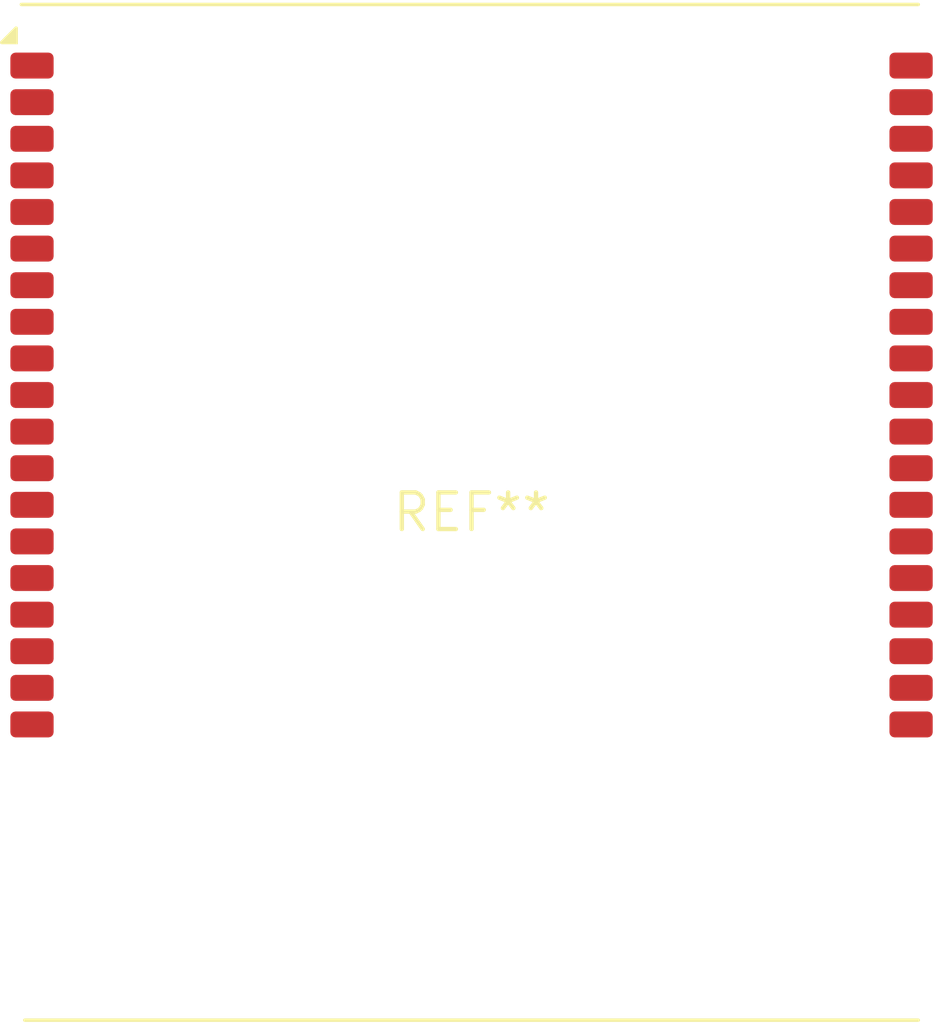
<source format=kicad_pcb>
(kicad_pcb (version 20240108) (generator pcbnew)
  (layers (0 "F.Cu" signal) (31 "B.Cu" signal) (34 "B.Paste" user) (35 "F.Paste" user) (36 "B.SilkS" user "B.Silkscreen") (37 "F.SilkS" user "F.Silkscreen") (38 "B.Mask" user) (39 "F.Mask" user) (44 "Edge.Cuts" user))
  (net 0 "")
  (footprint "Astrocast_AST50147-00" (layer "F.Cu") (at 0 0)
    (property "Reference" "REF**")
    (property "Value" "Astrocast_AST50147-00")
    (fp_line (start -15.62 -17.62) (end 15.5 -17.62) (layer "F.SilkS") (stroke (width 0.12)))
    (fp_line (start -15.5 17.62) (end 15.5 17.62) (layer "F.SilkS") (stroke (width 0.12)))
    (fp_poly (pts (xy -15.8 -16.3) (xy -16.3 -16.3) (xy -15.8 -16.8) (xy -15.8 -16.3)) (layer "F.SilkS") (stroke (width 0.12)) (fill solid))
    (pad "1" smd roundrect (at -15.25 -15.5) (size 1.5 0.9) (layers "F.Cu" "F.Paste" "F.Mask") (roundrect_rratio 0.2))
    (pad "2" smd roundrect (at -15.25 -14.23) (size 1.5 0.9) (layers "F.Cu" "F.Paste" "F.Mask") (roundrect_rratio 0.2))
    (pad "3" smd roundrect (at -15.25 -12.96) (size 1.5 0.9) (layers "F.Cu" "F.Paste" "F.Mask") (roundrect_rratio 0.2))
    (pad "4" smd roundrect (at -15.25 -11.69) (size 1.5 0.9) (layers "F.Cu" "F.Paste" "F.Mask") (roundrect_rratio 0.2))
    (pad "5" smd roundrect (at -15.25 -10.42) (size 1.5 0.9) (layers "F.Cu" "F.Paste" "F.Mask") (roundrect_rratio 0.2))
    (pad "6" smd roundrect (at -15.25 -9.15) (size 1.5 0.9) (layers "F.Cu" "F.Paste" "F.Mask") (roundrect_rratio 0.2))
    (pad "7" smd roundrect (at -15.25 -7.88) (size 1.5 0.9) (layers "F.Cu" "F.Paste" "F.Mask") (roundrect_rratio 0.2))
    (pad "8" smd roundrect (at -15.25 -6.61) (size 1.5 0.9) (layers "F.Cu" "F.Paste" "F.Mask") (roundrect_rratio 0.2))
    (pad "9" smd roundrect (at -15.25 -5.34) (size 1.5 0.9) (layers "F.Cu" "F.Paste" "F.Mask") (roundrect_rratio 0.2))
    (pad "10" smd roundrect (at -15.25 -4.07) (size 1.5 0.9) (layers "F.Cu" "F.Paste" "F.Mask") (roundrect_rratio 0.2))
    (pad "11" smd roundrect (at -15.25 -2.8) (size 1.5 0.9) (layers "F.Cu" "F.Paste" "F.Mask") (roundrect_rratio 0.2))
    (pad "12" smd roundrect (at -15.25 -1.53) (size 1.5 0.9) (layers "F.Cu" "F.Paste" "F.Mask") (roundrect_rratio 0.2))
    (pad "13" smd roundrect (at -15.25 -0.26) (size 1.5 0.9) (layers "F.Cu" "F.Paste" "F.Mask") (roundrect_rratio 0.2))
    (pad "14" smd roundrect (at -15.25 1.01) (size 1.5 0.9) (layers "F.Cu" "F.Paste" "F.Mask") (roundrect_rratio 0.2))
    (pad "15" smd roundrect (at -15.25 2.28) (size 1.5 0.9) (layers "F.Cu" "F.Paste" "F.Mask") (roundrect_rratio 0.2))
    (pad "16" smd roundrect (at -15.25 3.55) (size 1.5 0.9) (layers "F.Cu" "F.Paste" "F.Mask") (roundrect_rratio 0.2))
    (pad "17" smd roundrect (at -15.25 4.82) (size 1.5 0.9) (layers "F.Cu" "F.Paste" "F.Mask") (roundrect_rratio 0.2))
    (pad "18" smd roundrect (at -15.25 6.09) (size 1.5 0.9) (layers "F.Cu" "F.Paste" "F.Mask") (roundrect_rratio 0.2))
    (pad "19" smd roundrect (at -15.25 7.36) (size 1.5 0.9) (layers "F.Cu" "F.Paste" "F.Mask") (roundrect_rratio 0.2))
    (pad "20" smd roundrect (at 15.25 7.36) (size 1.5 0.9) (layers "F.Cu" "F.Paste" "F.Mask") (roundrect_rratio 0.2))
    (pad "21" smd roundrect (at 15.25 6.09) (size 1.5 0.9) (layers "F.Cu" "F.Paste" "F.Mask") (roundrect_rratio 0.2))
    (pad "22" smd roundrect (at 15.25 4.82) (size 1.5 0.9) (layers "F.Cu" "F.Paste" "F.Mask") (roundrect_rratio 0.2))
    (pad "23" smd roundrect (at 15.25 3.55) (size 1.5 0.9) (layers "F.Cu" "F.Paste" "F.Mask") (roundrect_rratio 0.2))
    (pad "24" smd roundrect (at 15.25 2.28) (size 1.5 0.9) (layers "F.Cu" "F.Paste" "F.Mask") (roundrect_rratio 0.2))
    (pad "25" smd roundrect (at 15.25 1.01) (size 1.5 0.9) (layers "F.Cu" "F.Paste" "F.Mask") (roundrect_rratio 0.2))
    (pad "26" smd roundrect (at 15.25 -0.26) (size 1.5 0.9) (layers "F.Cu" "F.Paste" "F.Mask") (roundrect_rratio 0.2))
    (pad "27" smd roundrect (at 15.25 -1.53) (size 1.5 0.9) (layers "F.Cu" "F.Paste" "F.Mask") (roundrect_rratio 0.2))
    (pad "28" smd roundrect (at 15.25 -2.8) (size 1.5 0.9) (layers "F.Cu" "F.Paste" "F.Mask") (roundrect_rratio 0.2))
    (pad "29" smd roundrect (at 15.25 -4.07) (size 1.5 0.9) (layers "F.Cu" "F.Paste" "F.Mask") (roundrect_rratio 0.2))
    (pad "30" smd roundrect (at 15.25 -5.34) (size 1.5 0.9) (layers "F.Cu" "F.Paste" "F.Mask") (roundrect_rratio 0.2))
    (pad "31" smd roundrect (at 15.25 -6.61) (size 1.5 0.9) (layers "F.Cu" "F.Paste" "F.Mask") (roundrect_rratio 0.2))
    (pad "32" smd roundrect (at 15.25 -7.88) (size 1.5 0.9) (layers "F.Cu" "F.Paste" "F.Mask") (roundrect_rratio 0.2))
    (pad "33" smd roundrect (at 15.25 -9.15) (size 1.5 0.9) (layers "F.Cu" "F.Paste" "F.Mask") (roundrect_rratio 0.2))
    (pad "34" smd roundrect (at 15.25 -10.42) (size 1.5 0.9) (layers "F.Cu" "F.Paste" "F.Mask") (roundrect_rratio 0.2))
    (pad "35" smd roundrect (at 15.25 -11.69) (size 1.5 0.9) (layers "F.Cu" "F.Paste" "F.Mask") (roundrect_rratio 0.2))
    (pad "36" smd roundrect (at 15.25 -12.96) (size 1.5 0.9) (layers "F.Cu" "F.Paste" "F.Mask") (roundrect_rratio 0.2))
    (pad "37" smd roundrect (at 15.25 -14.23) (size 1.5 0.9) (layers "F.Cu" "F.Paste" "F.Mask") (roundrect_rratio 0.2))
    (pad "38" smd roundrect (at 15.25 -15.5) (size 1.5 0.9) (layers "F.Cu" "F.Paste" "F.Mask") (roundrect_rratio 0.2))
  )
)
</source>
